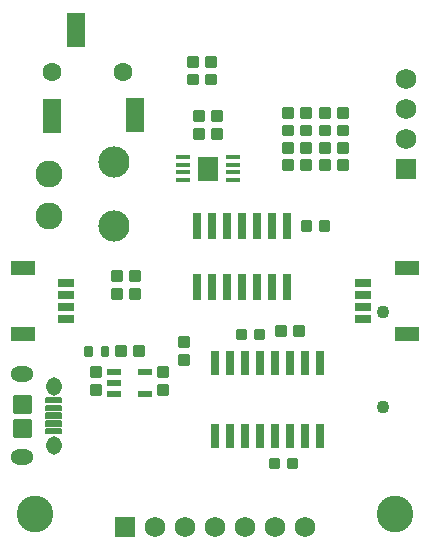
<source format=gbr>
G04 EAGLE Gerber RS-274X export*
G75*
%MOMM*%
%FSLAX34Y34*%
%LPD*%
%AMOC8*
5,1,8,0,0,1.08239X$1,22.5*%
G01*
%ADD10C,3.101600*%
%ADD11C,0.142238*%
%ADD12C,0.260094*%
%ADD13C,1.309600*%
%ADD14C,1.371600*%
%ADD15R,1.601600X2.901600*%
%ADD16C,1.601600*%
%ADD17R,0.762000X2.133600*%
%ADD18R,0.701600X2.301600*%
%ADD19R,1.301600X0.401600*%
%ADD20R,1.671600X1.991600*%
%ADD21C,1.101600*%
%ADD22R,1.301600X0.501600*%
%ADD23C,0.326897*%
%ADD24R,1.451600X0.701600*%
%ADD25R,2.101600X1.301600*%
%ADD26C,0.257809*%
%ADD27R,1.752600X1.752600*%
%ADD28C,1.752600*%
%ADD29C,2.286000*%
%ADD30C,2.641600*%


D10*
X25400Y25400D03*
X330200Y25400D03*
D11*
X34860Y120303D02*
X34860Y123961D01*
X47916Y123961D01*
X47916Y120303D01*
X34860Y120303D01*
X34860Y121654D02*
X47916Y121654D01*
X47916Y123005D02*
X34860Y123005D01*
X34860Y117357D02*
X34860Y113699D01*
X34860Y117357D02*
X47916Y117357D01*
X47916Y113699D01*
X34860Y113699D01*
X34860Y115050D02*
X47916Y115050D01*
X47916Y116401D02*
X34860Y116401D01*
X34860Y110753D02*
X34860Y107095D01*
X34860Y110753D02*
X47916Y110753D01*
X47916Y107095D01*
X34860Y107095D01*
X34860Y108446D02*
X47916Y108446D01*
X47916Y109797D02*
X34860Y109797D01*
X34860Y104149D02*
X34860Y100491D01*
X34860Y104149D02*
X47916Y104149D01*
X47916Y100491D01*
X34860Y100491D01*
X34860Y101842D02*
X47916Y101842D01*
X47916Y103193D02*
X34860Y103193D01*
X34860Y97545D02*
X34860Y93887D01*
X34860Y97545D02*
X47916Y97545D01*
X47916Y93887D01*
X34860Y93887D01*
X34860Y95238D02*
X47916Y95238D01*
X47916Y96589D02*
X34860Y96589D01*
D12*
X7636Y112256D02*
X7636Y125912D01*
X21292Y125912D01*
X21292Y112256D01*
X7636Y112256D01*
X7636Y114727D02*
X21292Y114727D01*
X21292Y117198D02*
X7636Y117198D01*
X7636Y119669D02*
X21292Y119669D01*
X21292Y122140D02*
X7636Y122140D01*
X7636Y124611D02*
X21292Y124611D01*
X7636Y105592D02*
X7636Y91936D01*
X7636Y105592D02*
X21292Y105592D01*
X21292Y91936D01*
X7636Y91936D01*
X7636Y94407D02*
X21292Y94407D01*
X21292Y96878D02*
X7636Y96878D01*
X7636Y99349D02*
X21292Y99349D01*
X21292Y101820D02*
X7636Y101820D01*
X7636Y104291D02*
X21292Y104291D01*
D13*
X41388Y135086D03*
X41388Y132546D03*
X41388Y133816D03*
X41388Y85302D03*
X41388Y82762D03*
X41388Y84286D03*
D14*
X17004Y143976D03*
X17004Y73872D03*
X11924Y143976D03*
X14210Y143976D03*
X11924Y73872D03*
X14464Y73872D03*
D15*
X40104Y362542D03*
X110104Y363542D03*
X60104Y435542D03*
D16*
X100104Y399542D03*
X40104Y399542D03*
D17*
X266622Y153088D03*
X266622Y91620D03*
X253922Y153088D03*
X241222Y153088D03*
X253922Y91620D03*
X241222Y91620D03*
X228522Y153088D03*
X228522Y91620D03*
X215822Y153088D03*
X215822Y91620D03*
X203122Y153088D03*
X190422Y153088D03*
X203122Y91620D03*
X190422Y91620D03*
X177722Y153088D03*
X177722Y91620D03*
D18*
X226154Y269582D03*
X226154Y217582D03*
X238854Y269582D03*
X213454Y269582D03*
X200754Y269582D03*
X238854Y217582D03*
X213454Y217582D03*
X200754Y217582D03*
X175354Y269582D03*
X175354Y217582D03*
X188054Y269582D03*
X162654Y269582D03*
X188054Y217582D03*
X162654Y217582D03*
D19*
X151238Y308332D03*
X151238Y314832D03*
X151238Y321332D03*
X151238Y327832D03*
X193488Y327832D03*
X193488Y321332D03*
X193488Y314832D03*
X193488Y308332D03*
D20*
X172358Y318092D03*
D21*
X320738Y196336D03*
X320738Y116536D03*
D22*
X92999Y145832D03*
X92999Y136332D03*
X92999Y126832D03*
X119001Y126832D03*
X119001Y145832D03*
D23*
X80669Y133919D02*
X80669Y127281D01*
X74031Y127281D01*
X74031Y133919D01*
X80669Y133919D01*
X80669Y130387D02*
X74031Y130387D01*
X74031Y133493D02*
X80669Y133493D01*
X80669Y142521D02*
X80669Y149159D01*
X80669Y142521D02*
X74031Y142521D01*
X74031Y149159D01*
X80669Y149159D01*
X80669Y145627D02*
X74031Y145627D01*
X74031Y148733D02*
X80669Y148733D01*
X236371Y332519D02*
X243009Y332519D01*
X236371Y332519D02*
X236371Y339157D01*
X243009Y339157D01*
X243009Y332519D01*
X243009Y335625D02*
X236371Y335625D01*
X236371Y338731D02*
X243009Y338731D01*
X251611Y332519D02*
X258249Y332519D01*
X251611Y332519D02*
X251611Y339157D01*
X258249Y339157D01*
X258249Y332519D01*
X258249Y335625D02*
X251611Y335625D01*
X251611Y338731D02*
X258249Y338731D01*
X137635Y134043D02*
X137635Y127405D01*
X130997Y127405D01*
X130997Y134043D01*
X137635Y134043D01*
X137635Y130511D02*
X130997Y130511D01*
X130997Y133617D02*
X137635Y133617D01*
X137635Y142645D02*
X137635Y149283D01*
X137635Y142645D02*
X130997Y142645D01*
X130997Y149283D01*
X137635Y149283D01*
X137635Y145751D02*
X130997Y145751D01*
X130997Y148857D02*
X137635Y148857D01*
X197255Y174277D02*
X203893Y174277D01*
X197255Y174277D02*
X197255Y180915D01*
X203893Y180915D01*
X203893Y174277D01*
X203893Y177383D02*
X197255Y177383D01*
X197255Y180489D02*
X203893Y180489D01*
X212495Y174277D02*
X219133Y174277D01*
X212495Y174277D02*
X212495Y180915D01*
X219133Y180915D01*
X219133Y174277D01*
X219133Y177383D02*
X212495Y177383D01*
X212495Y180489D02*
X219133Y180489D01*
X267531Y272763D02*
X274169Y272763D01*
X274169Y266125D01*
X267531Y266125D01*
X267531Y272763D01*
X267531Y269231D02*
X274169Y269231D01*
X274169Y272337D02*
X267531Y272337D01*
X258929Y272763D02*
X252291Y272763D01*
X258929Y272763D02*
X258929Y266125D01*
X252291Y266125D01*
X252291Y272763D01*
X252291Y269231D02*
X258929Y269231D01*
X258929Y272337D02*
X252291Y272337D01*
X182983Y350995D02*
X176345Y350995D01*
X182983Y350995D02*
X182983Y344357D01*
X176345Y344357D01*
X176345Y350995D01*
X176345Y347463D02*
X182983Y347463D01*
X182983Y350569D02*
X176345Y350569D01*
X167743Y350995D02*
X161105Y350995D01*
X167743Y350995D02*
X167743Y344357D01*
X161105Y344357D01*
X161105Y350995D01*
X161105Y347463D02*
X167743Y347463D01*
X167743Y350569D02*
X161105Y350569D01*
X113975Y215079D02*
X113975Y208441D01*
X107337Y208441D01*
X107337Y215079D01*
X113975Y215079D01*
X113975Y211547D02*
X107337Y211547D01*
X107337Y214653D02*
X113975Y214653D01*
X113975Y223681D02*
X113975Y230319D01*
X113975Y223681D02*
X107337Y223681D01*
X107337Y230319D01*
X113975Y230319D01*
X113975Y226787D02*
X107337Y226787D01*
X107337Y229893D02*
X113975Y229893D01*
X98735Y215079D02*
X98735Y208441D01*
X92097Y208441D01*
X92097Y215079D01*
X98735Y215079D01*
X98735Y211547D02*
X92097Y211547D01*
X92097Y214653D02*
X98735Y214653D01*
X98735Y223681D02*
X98735Y230319D01*
X98735Y223681D02*
X92097Y223681D01*
X92097Y230319D01*
X98735Y230319D01*
X98735Y226787D02*
X92097Y226787D01*
X92097Y229893D02*
X98735Y229893D01*
D24*
X303600Y191000D03*
X303600Y201000D03*
X303600Y211000D03*
X303600Y221000D03*
D25*
X340350Y234000D03*
X340350Y178000D03*
D24*
X52000Y221000D03*
X52000Y211000D03*
X52000Y201000D03*
X52000Y191000D03*
D25*
X15250Y178000D03*
X15250Y234000D03*
D23*
X225205Y65095D02*
X231843Y65095D01*
X225205Y65095D02*
X225205Y71733D01*
X231843Y71733D01*
X231843Y65095D01*
X231843Y68201D02*
X225205Y68201D01*
X225205Y71307D02*
X231843Y71307D01*
X240445Y65095D02*
X247083Y65095D01*
X240445Y65095D02*
X240445Y71733D01*
X247083Y71733D01*
X247083Y65095D01*
X247083Y68201D02*
X240445Y68201D01*
X240445Y71307D02*
X247083Y71307D01*
X282973Y324439D02*
X289611Y324439D01*
X289611Y317801D01*
X282973Y317801D01*
X282973Y324439D01*
X282973Y320907D02*
X289611Y320907D01*
X289611Y324013D02*
X282973Y324013D01*
X274371Y324439D02*
X267733Y324439D01*
X274371Y324439D02*
X274371Y317801D01*
X267733Y317801D01*
X267733Y324439D01*
X267733Y320907D02*
X274371Y320907D01*
X274371Y324013D02*
X267733Y324013D01*
X243151Y317795D02*
X236513Y317795D01*
X236513Y324433D01*
X243151Y324433D01*
X243151Y317795D01*
X243151Y320901D02*
X236513Y320901D01*
X236513Y324007D02*
X243151Y324007D01*
X251753Y317795D02*
X258391Y317795D01*
X251753Y317795D02*
X251753Y324433D01*
X258391Y324433D01*
X258391Y317795D01*
X258391Y320901D02*
X251753Y320901D01*
X251753Y324007D02*
X258391Y324007D01*
X267755Y332527D02*
X274393Y332527D01*
X267755Y332527D02*
X267755Y339165D01*
X274393Y339165D01*
X274393Y332527D01*
X274393Y335633D02*
X267755Y335633D01*
X267755Y338739D02*
X274393Y338739D01*
X282995Y332527D02*
X289633Y332527D01*
X282995Y332527D02*
X282995Y339165D01*
X289633Y339165D01*
X289633Y332527D01*
X289633Y335633D02*
X282995Y335633D01*
X282995Y338739D02*
X289633Y338739D01*
X242897Y347005D02*
X236259Y347005D01*
X236259Y353643D01*
X242897Y353643D01*
X242897Y347005D01*
X242897Y350111D02*
X236259Y350111D01*
X236259Y353217D02*
X242897Y353217D01*
X251499Y347005D02*
X258137Y347005D01*
X251499Y347005D02*
X251499Y353643D01*
X258137Y353643D01*
X258137Y347005D01*
X258137Y350111D02*
X251499Y350111D01*
X251499Y353217D02*
X258137Y353217D01*
X242897Y361483D02*
X236259Y361483D01*
X236259Y368121D01*
X242897Y368121D01*
X242897Y361483D01*
X242897Y364589D02*
X236259Y364589D01*
X236259Y367695D02*
X242897Y367695D01*
X251499Y361483D02*
X258137Y361483D01*
X251499Y361483D02*
X251499Y368121D01*
X258137Y368121D01*
X258137Y361483D01*
X258137Y364589D02*
X251499Y364589D01*
X251499Y367695D02*
X258137Y367695D01*
X268009Y347005D02*
X274647Y347005D01*
X268009Y347005D02*
X268009Y353643D01*
X274647Y353643D01*
X274647Y347005D01*
X274647Y350111D02*
X268009Y350111D01*
X268009Y353217D02*
X274647Y353217D01*
X283249Y347005D02*
X289887Y347005D01*
X283249Y347005D02*
X283249Y353643D01*
X289887Y353643D01*
X289887Y347005D01*
X289887Y350111D02*
X283249Y350111D01*
X283249Y353217D02*
X289887Y353217D01*
X274647Y361483D02*
X268009Y361483D01*
X268009Y368121D01*
X274647Y368121D01*
X274647Y361483D01*
X274647Y364589D02*
X268009Y364589D01*
X268009Y367695D02*
X274647Y367695D01*
X283249Y361483D02*
X289887Y361483D01*
X283249Y361483D02*
X283249Y368121D01*
X289887Y368121D01*
X289887Y361483D01*
X289887Y364589D02*
X283249Y364589D01*
X283249Y367695D02*
X289887Y367695D01*
X162887Y390185D02*
X156249Y390185D01*
X156249Y396823D01*
X162887Y396823D01*
X162887Y390185D01*
X162887Y393291D02*
X156249Y393291D01*
X156249Y396397D02*
X162887Y396397D01*
X171489Y390185D02*
X178127Y390185D01*
X171489Y390185D02*
X171489Y396823D01*
X178127Y396823D01*
X178127Y390185D01*
X178127Y393291D02*
X171489Y393291D01*
X171489Y396397D02*
X178127Y396397D01*
X162633Y404917D02*
X155995Y404917D01*
X155995Y411555D01*
X162633Y411555D01*
X162633Y404917D01*
X162633Y408023D02*
X155995Y408023D01*
X155995Y411129D02*
X162633Y411129D01*
X171235Y404917D02*
X177873Y404917D01*
X171235Y404917D02*
X171235Y411555D01*
X177873Y411555D01*
X177873Y404917D01*
X177873Y408023D02*
X171235Y408023D01*
X171235Y411129D02*
X177873Y411129D01*
X101673Y160061D02*
X95035Y160061D01*
X95035Y166699D01*
X101673Y166699D01*
X101673Y160061D01*
X101673Y163167D02*
X95035Y163167D01*
X95035Y166273D02*
X101673Y166273D01*
X110275Y160061D02*
X116913Y160061D01*
X110275Y160061D02*
X110275Y166699D01*
X116913Y166699D01*
X116913Y160061D01*
X116913Y163167D02*
X110275Y163167D01*
X110275Y166273D02*
X116913Y166273D01*
D26*
X86905Y166599D02*
X82117Y166599D01*
X86905Y166599D02*
X86905Y160161D01*
X82117Y160161D01*
X82117Y166599D01*
X82117Y162610D02*
X86905Y162610D01*
X86905Y165059D02*
X82117Y165059D01*
X72935Y166599D02*
X68147Y166599D01*
X72935Y166599D02*
X72935Y160161D01*
X68147Y160161D01*
X68147Y166599D01*
X68147Y162610D02*
X72935Y162610D01*
X72935Y165059D02*
X68147Y165059D01*
D27*
X339852Y317754D03*
D28*
X339852Y343154D03*
X339852Y368554D03*
X339852Y393954D03*
D29*
X37338Y278286D03*
X37338Y313286D03*
D27*
X101600Y15000D03*
D28*
X127000Y15000D03*
X152400Y15000D03*
X177800Y15000D03*
X203200Y15000D03*
X228600Y15000D03*
X254000Y15000D03*
D30*
X93012Y269254D03*
X93012Y323254D03*
D23*
X245855Y183913D02*
X252493Y183913D01*
X252493Y177275D01*
X245855Y177275D01*
X245855Y183913D01*
X245855Y180381D02*
X252493Y180381D01*
X252493Y183487D02*
X245855Y183487D01*
X237253Y183913D02*
X230615Y183913D01*
X237253Y183913D02*
X237253Y177275D01*
X230615Y177275D01*
X230615Y183913D01*
X230615Y180381D02*
X237253Y180381D01*
X237253Y183487D02*
X230615Y183487D01*
X148573Y174515D02*
X148573Y167877D01*
X148573Y174515D02*
X155211Y174515D01*
X155211Y167877D01*
X148573Y167877D01*
X148573Y170983D02*
X155211Y170983D01*
X155211Y174089D02*
X148573Y174089D01*
X148573Y159275D02*
X148573Y152637D01*
X148573Y159275D02*
X155211Y159275D01*
X155211Y152637D01*
X148573Y152637D01*
X148573Y155743D02*
X155211Y155743D01*
X155211Y158849D02*
X148573Y158849D01*
X176259Y366031D02*
X182897Y366031D01*
X182897Y359393D01*
X176259Y359393D01*
X176259Y366031D01*
X176259Y362499D02*
X182897Y362499D01*
X182897Y365605D02*
X176259Y365605D01*
X167657Y366031D02*
X161019Y366031D01*
X167657Y366031D02*
X167657Y359393D01*
X161019Y359393D01*
X161019Y366031D01*
X161019Y362499D02*
X167657Y362499D01*
X167657Y365605D02*
X161019Y365605D01*
M02*

</source>
